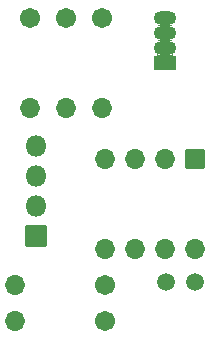
<source format=gbs>
G04 #@! TF.GenerationSoftware,KiCad,Pcbnew,6.0.11-2627ca5db0~126~ubuntu20.04.1*
G04 #@! TF.CreationDate,2023-10-24T11:05:38+02:00*
G04 #@! TF.ProjectId,attiny85_I2C_RGB_LED_v21,61747469-6e79-4383-955f-4932435f5247,2.0*
G04 #@! TF.SameCoordinates,Original*
G04 #@! TF.FileFunction,Soldermask,Bot*
G04 #@! TF.FilePolarity,Negative*
%FSLAX46Y46*%
G04 Gerber Fmt 4.6, Leading zero omitted, Abs format (unit mm)*
G04 Created by KiCad (PCBNEW 6.0.11-2627ca5db0~126~ubuntu20.04.1) date 2023-10-24 11:05:38*
%MOMM*%
%LPD*%
G01*
G04 APERTURE LIST*
G04 Aperture macros list*
%AMRoundRect*
0 Rectangle with rounded corners*
0 $1 Rounding radius*
0 $2 $3 $4 $5 $6 $7 $8 $9 X,Y pos of 4 corners*
0 Add a 4 corners polygon primitive as box body*
4,1,4,$2,$3,$4,$5,$6,$7,$8,$9,$2,$3,0*
0 Add four circle primitives for the rounded corners*
1,1,$1+$1,$2,$3*
1,1,$1+$1,$4,$5*
1,1,$1+$1,$6,$7*
1,1,$1+$1,$8,$9*
0 Add four rect primitives between the rounded corners*
20,1,$1+$1,$2,$3,$4,$5,0*
20,1,$1+$1,$4,$5,$6,$7,0*
20,1,$1+$1,$6,$7,$8,$9,0*
20,1,$1+$1,$8,$9,$2,$3,0*%
G04 Aperture macros list end*
%ADD10C,1.702000*%
%ADD11O,1.702000X1.702000*%
%ADD12RoundRect,0.051000X-0.800000X0.800000X-0.800000X-0.800000X0.800000X-0.800000X0.800000X0.800000X0*%
%ADD13C,1.502000*%
%ADD14RoundRect,0.051000X0.900000X-0.535000X0.900000X0.535000X-0.900000X0.535000X-0.900000X-0.535000X0*%
%ADD15O,1.902000X1.172000*%
%ADD16RoundRect,0.051000X0.850000X0.850000X-0.850000X0.850000X-0.850000X-0.850000X0.850000X-0.850000X0*%
%ADD17O,1.802000X1.802000*%
G04 APERTURE END LIST*
D10*
X113284000Y-114046000D03*
D11*
X113284000Y-121666000D03*
D10*
X116332000Y-114046000D03*
D11*
X116332000Y-121666000D03*
D10*
X110236000Y-114046000D03*
D11*
X110236000Y-121666000D03*
D12*
X124196000Y-125994000D03*
D11*
X121656000Y-125994000D03*
X119116000Y-125994000D03*
X116576000Y-125994000D03*
X116576000Y-133614000D03*
X119116000Y-133614000D03*
X121656000Y-133614000D03*
X124196000Y-133614000D03*
D13*
X124206000Y-136398000D03*
X121706000Y-136398000D03*
D14*
X121666000Y-117856000D03*
D15*
X121666000Y-116586000D03*
X121666000Y-115316000D03*
X121666000Y-114046000D03*
D16*
X110744000Y-132500000D03*
D17*
X110744000Y-129960000D03*
X110744000Y-127420000D03*
X110744000Y-124880000D03*
D10*
X116586000Y-136652000D03*
D11*
X108966000Y-136652000D03*
D10*
X116586000Y-139700000D03*
D11*
X108966000Y-139700000D03*
G36*
X120903079Y-117010461D02*
G01*
X121009010Y-117091745D01*
X121149854Y-117150084D01*
X121301132Y-117170000D01*
X122030868Y-117170000D01*
X122182146Y-117150084D01*
X122322990Y-117091745D01*
X122426455Y-117012354D01*
X122428438Y-117012093D01*
X122429656Y-117013680D01*
X122429166Y-117015272D01*
X122419420Y-117026210D01*
X122419060Y-117026527D01*
X122394406Y-117043472D01*
X122350506Y-117097422D01*
X122342775Y-117166250D01*
X122373481Y-117228329D01*
X122433018Y-117264038D01*
X122464092Y-117268016D01*
X122465683Y-117269228D01*
X122465429Y-117271212D01*
X122463838Y-117272000D01*
X120868830Y-117272000D01*
X120867098Y-117271000D01*
X120867098Y-117269000D01*
X120868267Y-117268081D01*
X120935279Y-117248405D01*
X120980634Y-117196062D01*
X120990491Y-117127509D01*
X120961648Y-117064353D01*
X120939450Y-117044298D01*
X120908350Y-117022441D01*
X120907993Y-117022120D01*
X120900354Y-117013363D01*
X120899969Y-117011400D01*
X120901476Y-117010085D01*
X120903079Y-117010461D01*
G37*
G36*
X121149854Y-115880084D02*
G01*
X121301132Y-115900000D01*
X122030868Y-115900000D01*
X122182146Y-115880084D01*
X122308380Y-115827796D01*
X122310363Y-115828057D01*
X122311128Y-115829905D01*
X122310278Y-115831292D01*
X122291778Y-115844007D01*
X122291820Y-115844534D01*
X122291220Y-115845270D01*
X122247704Y-115878136D01*
X122223778Y-115943131D01*
X122238789Y-116010741D01*
X122288137Y-116059671D01*
X122301800Y-116065997D01*
X122308209Y-116068496D01*
X122308633Y-116068723D01*
X122313167Y-116071909D01*
X122314009Y-116073723D01*
X122312859Y-116075359D01*
X122311252Y-116075393D01*
X122182146Y-116021916D01*
X122030868Y-116002000D01*
X121301132Y-116002000D01*
X121149854Y-116021916D01*
X121023620Y-116074204D01*
X121021637Y-116073943D01*
X121020872Y-116072095D01*
X121021722Y-116070708D01*
X121040222Y-116057993D01*
X121040180Y-116057466D01*
X121040780Y-116056730D01*
X121084296Y-116023864D01*
X121108222Y-115958869D01*
X121093211Y-115891259D01*
X121043863Y-115842329D01*
X121030200Y-115836003D01*
X121023791Y-115833504D01*
X121023367Y-115833277D01*
X121018833Y-115830091D01*
X121017991Y-115828277D01*
X121019141Y-115826641D01*
X121020748Y-115826607D01*
X121149854Y-115880084D01*
G37*
G36*
X121149854Y-114610084D02*
G01*
X121301132Y-114630000D01*
X122030868Y-114630000D01*
X122182146Y-114610084D01*
X122308380Y-114557796D01*
X122310363Y-114558057D01*
X122311128Y-114559905D01*
X122310278Y-114561292D01*
X122291778Y-114574007D01*
X122291820Y-114574534D01*
X122291220Y-114575270D01*
X122247704Y-114608136D01*
X122223778Y-114673131D01*
X122238789Y-114740741D01*
X122288137Y-114789671D01*
X122301800Y-114795997D01*
X122308209Y-114798496D01*
X122308633Y-114798723D01*
X122313167Y-114801909D01*
X122314009Y-114803723D01*
X122312859Y-114805359D01*
X122311252Y-114805393D01*
X122182146Y-114751916D01*
X122030868Y-114732000D01*
X121301132Y-114732000D01*
X121149854Y-114751916D01*
X121023620Y-114804204D01*
X121021637Y-114803943D01*
X121020872Y-114802095D01*
X121021722Y-114800708D01*
X121040222Y-114787993D01*
X121040180Y-114787466D01*
X121040780Y-114786730D01*
X121084296Y-114753864D01*
X121108222Y-114688869D01*
X121093211Y-114621259D01*
X121043863Y-114572329D01*
X121030200Y-114566003D01*
X121023791Y-114563504D01*
X121023367Y-114563277D01*
X121018833Y-114560091D01*
X121017991Y-114558277D01*
X121019141Y-114556641D01*
X121020748Y-114556607D01*
X121149854Y-114610084D01*
G37*
M02*

</source>
